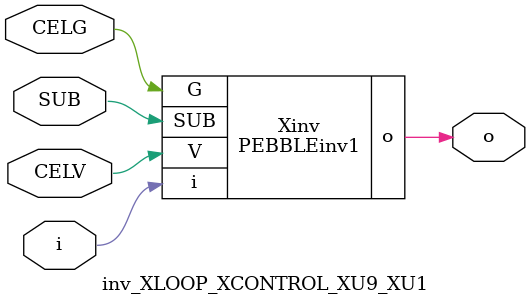
<source format=v>



module PEBBLEinv1 ( o, G, SUB, V, i );

  input V;
  input i;
  input G;
  output o;
  input SUB;
endmodule

//Celera Confidential Do Not Copy inv_XLOOP_XCONTROL_XU9_XU1
//Celera Confidential Symbol Generator
//5V Inverter
module inv_XLOOP_XCONTROL_XU9_XU1 (CELV,CELG,i,o,SUB);
input CELV;
input CELG;
input i;
input SUB;
output o;

//Celera Confidential Do Not Copy inv
PEBBLEinv1 Xinv(
.V (CELV),
.i (i),
.o (o),
.SUB (SUB),
.G (CELG)
);
//,diesize,PEBBLEinv1

//Celera Confidential Do Not Copy Module End
//Celera Schematic Generator
endmodule

</source>
